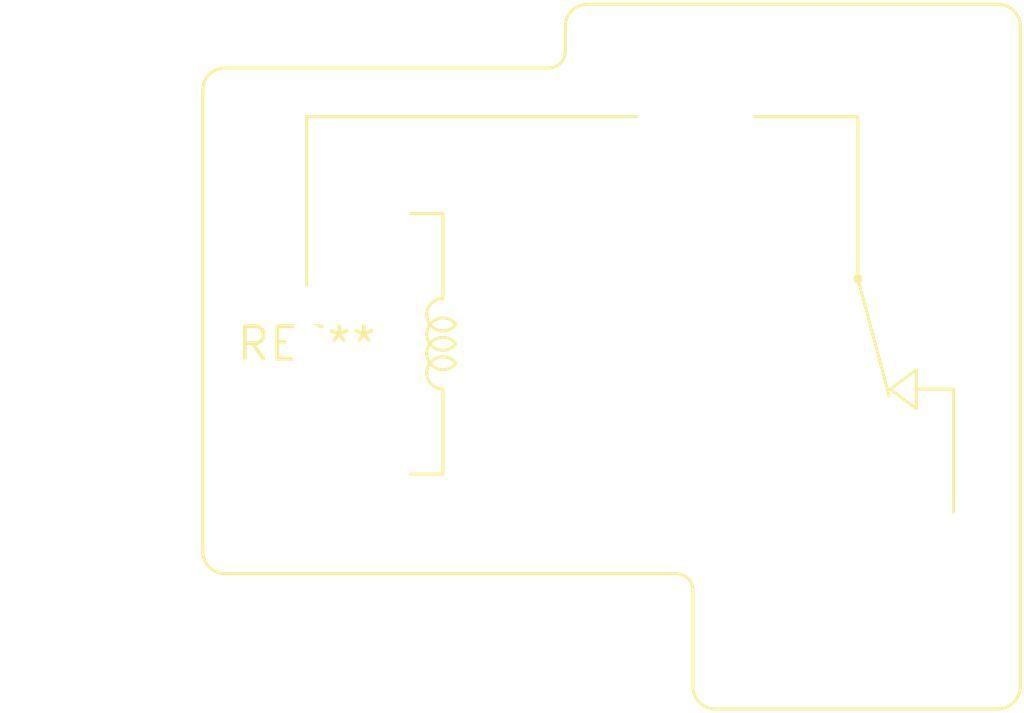
<source format=kicad_pcb>
(kicad_pcb (version 20240108) (generator pcbnew)
  (layers (0 "F.Cu" signal) (31 "B.Cu" signal) (34 "B.Paste" user) (35 "F.Paste" user) (36 "B.SilkS" user "B.Silkscreen") (37 "F.SilkS" user "F.Silkscreen") (38 "B.Mask" user) (39 "F.Mask" user) (44 "Edge.Cuts" user))
  (net 0 "")
  (footprint "Relay_SPST_RAYEX-L90B" (layer "F.Cu") (at 0 0)
    (property "Reference" "REF**")
    (property "Value" "Relay_SPST_RAYEX-L90B")
    (fp_line (start -4.07 -9.94) (end -4.07 8.14) (layer "F.SilkS") (stroke (width 0.12)))
    (fp_line (start -3.2 -10.81) (end 9.48 -10.81) (layer "F.SilkS") (stroke (width 0.12)))
    (fp_line (start -3.2 9.01) (end 14.48 9.01) (layer "F.SilkS") (stroke (width 0.12)))
    (fp_line (start 0 -8.9) (end 0 -2.286) (layer "F.SilkS") (stroke (width 0.12)))
    (fp_line (start 0 -8.9) (end 12.954 -8.9) (layer "F.SilkS") (stroke (width 0.12)))
    (fp_line (start 4.064 -5.1054) (end 5.334 -5.1054) (layer "F.SilkS") (stroke (width 0.12)))
    (fp_line (start 5.334 -1.778) (end 5.334 -5.1054) (layer "F.SilkS") (stroke (width 0.12)))
    (fp_line (start 5.334 5.1054) (end 4.064 5.1054) (layer "F.SilkS") (stroke (width 0.12)))
    (fp_line (start 5.334002 5.105397) (end 5.334002 1.777997) (layer "F.SilkS") (stroke (width 0.12)))
    (fp_line (start 10.13 -12.44) (end 10.13 -11.46) (layer "F.SilkS") (stroke (width 0.12)))
    (fp_line (start 11 -13.31) (end 27.08 -13.31) (layer "F.SilkS") (stroke (width 0.12)))
    (fp_line (start 15.13 9.66) (end 15.13 13.44) (layer "F.SilkS") (stroke (width 0.12)))
    (fp_line (start 16 14.31) (end 27.08 14.31) (layer "F.SilkS") (stroke (width 0.12)))
    (fp_line (start 21.59 -8.9) (end 17.526 -8.9) (layer "F.SilkS") (stroke (width 0.12)))
    (fp_line (start 21.59 -2.54) (end 21.59 -8.9) (layer "F.SilkS") (stroke (width 0.12)))
    (fp_line (start 21.59 -2.54) (end 22.8092 2.032) (layer "F.SilkS") (stroke (width 0.12)))
    (fp_line (start 22.86 1.778) (end 23.876 1.016) (layer "F.SilkS") (stroke (width 0.12)))
    (fp_line (start 23.876 1.778) (end 25.34 1.778) (layer "F.SilkS") (stroke (width 0.12)))
    (fp_line (start 23.876 2.54) (end 22.86 1.778) (layer "F.SilkS") (stroke (width 0.12)))
    (fp_line (start 23.876 2.54) (end 23.876 1.016) (layer "F.SilkS") (stroke (width 0.12)))
    (fp_line (start 25.34 1.778) (end 25.34 6.604) (layer "F.SilkS") (stroke (width 0.12)))
    (fp_line (start 27.95 -12.44) (end 27.95 13.44) (layer "F.SilkS") (stroke (width 0.12)))
    (fp_arc (start -4.07 -9.94) (mid -3.815183 -10.555183) (end -3.2 -10.81) (layer "F.SilkS") (stroke (width 0.12)))
    (fp_arc (start -3.2 9.01) (mid -3.815183 8.755183) (end -4.07 8.14) (layer "F.SilkS") (stroke (width 0.12)))
    (fp_arc (start 5.334002 1.777997) (mid 4.765966 0.859166) (end 5.841802 0.76173) (layer "F.SilkS") (stroke (width 0.12)))
    (fp_arc (start 5.8418 -0.761733) (mid 4.765964 -0.859168) (end 5.334 -1.778) (layer "F.SilkS") (stroke (width 0.12)))
    (fp_arc (start 5.842265 -0.000355) (mid 4.699002 -0.38078) (end 5.842 -0.762001) (layer "F.SilkS") (stroke (width 0.12)))
    (fp_arc (start 5.842266 0.761644) (mid 4.699003 0.381219) (end 5.842001 -2e-06) (layer "F.SilkS") (stroke (width 0.12)))
    (fp_arc (start 10.13 -12.44) (mid 10.384817 -13.055183) (end 11 -13.31) (layer "F.SilkS") (stroke (width 0.12)))
    (fp_arc (start 10.13 -11.46) (mid 9.939619 -11.000381) (end 9.48 -10.81) (layer "F.SilkS") (stroke (width 0.12)))
    (fp_arc (start 14.48 9.01) (mid 14.939619 9.200381) (end 15.13 9.66) (layer "F.SilkS") (stroke (width 0.12)))
    (fp_arc (start 16 14.31) (mid 15.384817 14.055183) (end 15.13 13.44) (layer "F.SilkS") (stroke (width 0.12)))
    (fp_arc (start 27.08 -13.31) (mid 27.695183 -13.055183) (end 27.95 -12.44) (layer "F.SilkS") (stroke (width 0.12)))
    (fp_arc (start 27.95 13.44) (mid 27.695183 14.055183) (end 27.08 14.31) (layer "F.SilkS") (stroke (width 0.12)))
    (fp_circle (center 21.59 -2.54) (end 21.59 -2.413) (layer "F.SilkS") (stroke (width 0.12)) (fill none))
    (pad "11A" thru_hole circle (at 0 0 180) (size 3 3) (drill 1.6) (layers *.Cu *.Mask) (remove_unused_layers))
    (pad "11B" thru_hole circle (at 15.2 -8.9 180) (size 3 3) (drill 1.6) (layers *.Cu *.Mask) (remove_unused_layers))
    (pad "12" thru_hole circle (at 25.34 8.9 180) (size 3 3) (drill 1.6) (layers *.Cu *.Mask) (remove_unused_layers))
    (pad "A1" thru_hole roundrect (at 2.54 -5.1 180) (size 2 2) (drill 1.1) (layers *.Cu *.Mask) (remove_unused_layers))
    (pad "A2" thru_hole circle (at 2.54 5.1 180) (size 2 2) (drill 1.1) (layers *.Cu *.Mask) (remove_unused_layers))
  )
)
</source>
